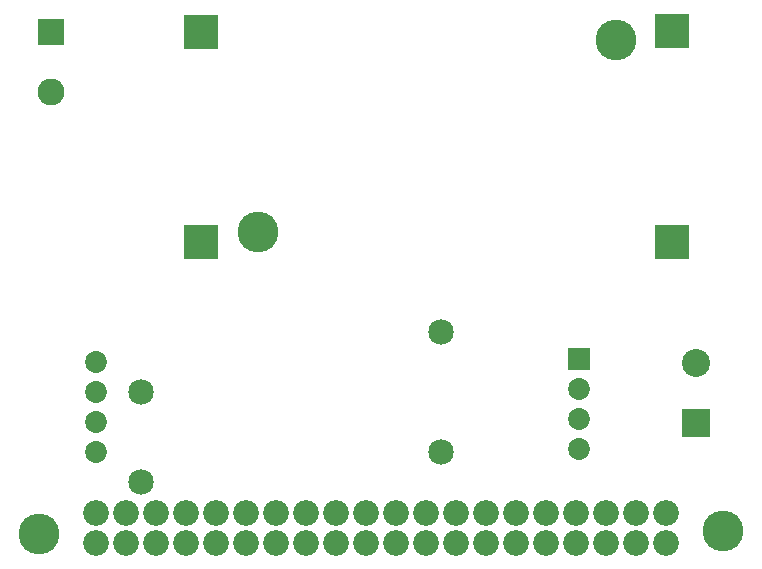
<source format=gbs>
G04 MADE WITH FRITZING*
G04 WWW.FRITZING.ORG*
G04 DOUBLE SIDED*
G04 HOLES PLATED*
G04 CONTOUR ON CENTER OF CONTOUR VECTOR*
%ASAXBY*%
%FSLAX23Y23*%
%MOIN*%
%OFA0B0*%
%SFA1.0B1.0*%
%ADD10C,0.088000*%
%ADD11C,0.085000*%
%ADD12C,0.085361*%
%ADD13C,0.072992*%
%ADD14C,0.093307*%
%ADD15C,0.135984*%
%ADD16C,0.090000*%
%ADD17R,0.111895X0.111895*%
%ADD18R,0.072992X0.072992*%
%ADD19R,0.093307X0.093307*%
%ADD20R,0.090000X0.090000*%
%LNMASK0*%
G90*
G70*
G54D10*
X2274Y1838D03*
X2274Y1132D03*
X702Y1132D03*
X701Y1834D03*
X2274Y1838D03*
X2274Y1132D03*
X702Y1132D03*
X701Y1834D03*
G54D11*
X501Y634D03*
X501Y334D03*
G54D12*
X354Y131D03*
X454Y131D03*
X554Y131D03*
X654Y131D03*
X754Y131D03*
X854Y131D03*
X954Y131D03*
X1054Y131D03*
X1154Y131D03*
X1254Y131D03*
X1354Y131D03*
X1454Y131D03*
X1554Y131D03*
X1654Y131D03*
X1754Y131D03*
X1854Y131D03*
X1954Y131D03*
X2054Y131D03*
X2154Y131D03*
X2254Y131D03*
X2254Y231D03*
X2154Y231D03*
X2054Y231D03*
X1954Y231D03*
X1854Y231D03*
X1754Y231D03*
X1654Y231D03*
X1554Y231D03*
X1454Y231D03*
X1354Y231D03*
X1254Y231D03*
X1154Y231D03*
X1054Y231D03*
X954Y231D03*
X854Y231D03*
X754Y231D03*
X654Y231D03*
X554Y231D03*
X454Y231D03*
X354Y231D03*
G54D13*
X351Y734D03*
X351Y634D03*
X351Y534D03*
X351Y434D03*
X1961Y742D03*
X1961Y642D03*
X1961Y542D03*
X1961Y442D03*
X351Y734D03*
X351Y634D03*
X351Y534D03*
X351Y434D03*
X1961Y742D03*
X1961Y642D03*
X1961Y542D03*
X1961Y442D03*
X351Y734D03*
X351Y634D03*
X351Y534D03*
X351Y434D03*
X1961Y742D03*
X1961Y642D03*
X1961Y542D03*
X1961Y442D03*
G54D11*
X1501Y434D03*
X1501Y834D03*
G54D14*
X2354Y531D03*
X2354Y731D03*
X2354Y531D03*
X2354Y731D03*
G54D15*
X2444Y169D03*
X892Y1166D03*
X2086Y1808D03*
X161Y160D03*
G54D16*
X201Y1834D03*
X201Y1634D03*
X201Y1834D03*
X201Y1634D03*
G54D17*
X702Y1132D03*
X2274Y1132D03*
X702Y1132D03*
X2274Y1838D03*
X701Y1834D03*
X702Y1132D03*
X2274Y1132D03*
X702Y1132D03*
X2274Y1838D03*
X701Y1834D03*
G54D18*
X1961Y742D03*
X1961Y742D03*
X1961Y742D03*
G54D19*
X2354Y531D03*
X2354Y531D03*
G54D20*
X201Y1834D03*
X201Y1834D03*
G04 End of Mask0*
M02*
</source>
